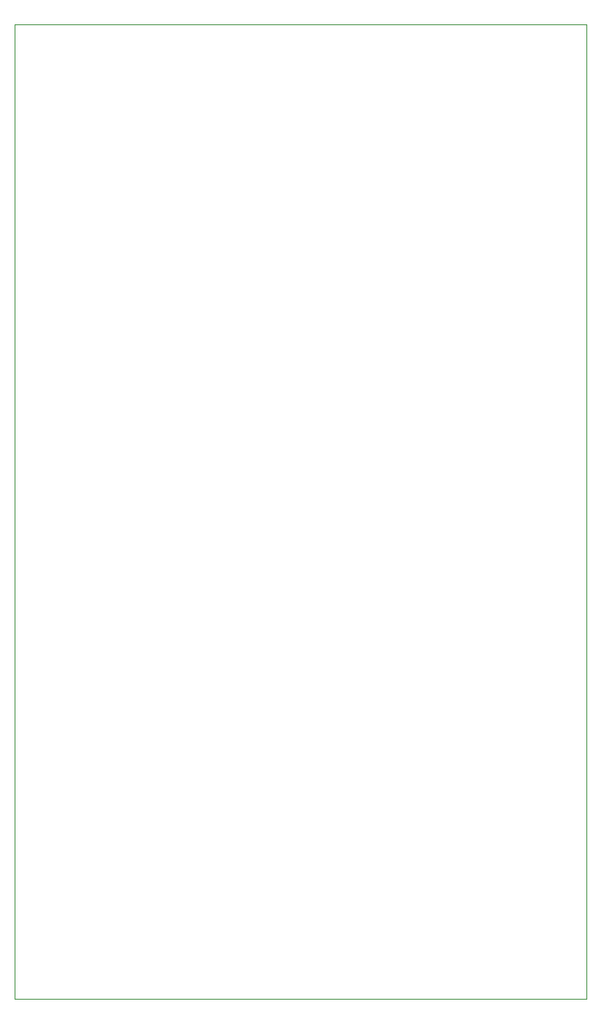
<source format=gbr>
%TF.GenerationSoftware,KiCad,Pcbnew,9.0.6*%
%TF.CreationDate,2025-11-15T16:36:52+01:00*%
%TF.ProjectId,mailbox_esp32_cam_v2_0,6d61696c-626f-4785-9f65-737033325f63,rev?*%
%TF.SameCoordinates,Original*%
%TF.FileFunction,Profile,NP*%
%FSLAX46Y46*%
G04 Gerber Fmt 4.6, Leading zero omitted, Abs format (unit mm)*
G04 Created by KiCad (PCBNEW 9.0.6) date 2025-11-15 16:36:52*
%MOMM*%
%LPD*%
G01*
G04 APERTURE LIST*
%TA.AperFunction,Profile*%
%ADD10C,0.100000*%
%TD*%
G04 APERTURE END LIST*
D10*
X21590000Y-30480000D02*
X81280000Y-30480000D01*
X81280000Y-132080000D01*
X21590000Y-132080000D01*
X21590000Y-30480000D01*
M02*

</source>
